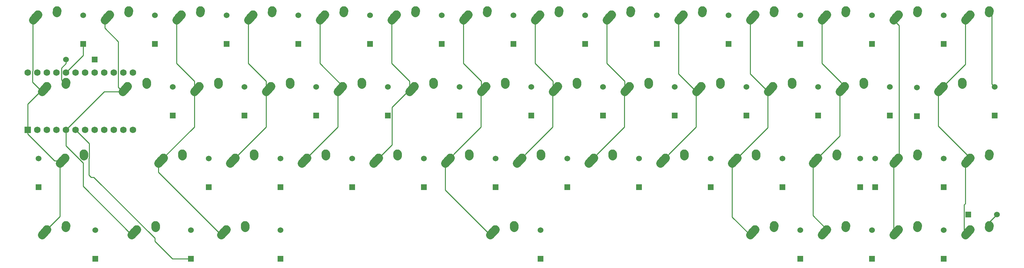
<source format=gbr>
G04 #@! TF.GenerationSoftware,KiCad,Pcbnew,(5.0.2)-1*
G04 #@! TF.CreationDate,2019-05-05T16:29:57-05:00*
G04 #@! TF.ProjectId,SL40,534c3430-2e6b-4696-9361-645f70636258,rev?*
G04 #@! TF.SameCoordinates,Original*
G04 #@! TF.FileFunction,Copper,L1,Top*
G04 #@! TF.FilePolarity,Positive*
%FSLAX46Y46*%
G04 Gerber Fmt 4.6, Leading zero omitted, Abs format (unit mm)*
G04 Created by KiCad (PCBNEW (5.0.2)-1) date 5/5/2019 4:29:57 PM*
%MOMM*%
%LPD*%
G01*
G04 APERTURE LIST*
G04 #@! TA.AperFunction,ComponentPad*
%ADD10C,1.524000*%
G04 #@! TD*
G04 #@! TA.AperFunction,ComponentPad*
%ADD11R,1.524000X1.524000*%
G04 #@! TD*
G04 #@! TA.AperFunction,ComponentPad*
%ADD12C,2.250000*%
G04 #@! TD*
G04 #@! TA.AperFunction,Conductor*
%ADD13C,2.250000*%
G04 #@! TD*
G04 #@! TA.AperFunction,ComponentPad*
%ADD14C,1.752600*%
G04 #@! TD*
G04 #@! TA.AperFunction,ComponentPad*
%ADD15R,1.752600X1.752600*%
G04 #@! TD*
G04 #@! TA.AperFunction,Conductor*
%ADD16C,0.250000*%
G04 #@! TD*
G04 APERTURE END LIST*
D10*
G04 #@! TO.P,D1,2*
G04 #@! TO.N,Net-(D1-Pad2)*
X33337500Y-58896250D03*
D11*
G04 #@! TO.P,D1,1*
G04 #@! TO.N,ROW0*
X33337500Y-66516250D03*
G04 #@! TD*
D10*
G04 #@! TO.P,D2,2*
G04 #@! TO.N,Net-(D2-Pad2)*
X52387500Y-58896250D03*
D11*
G04 #@! TO.P,D2,1*
G04 #@! TO.N,ROW0*
X52387500Y-66516250D03*
G04 #@! TD*
D10*
G04 #@! TO.P,D3,2*
G04 #@! TO.N,Net-(D3-Pad2)*
X71437500Y-58896250D03*
D11*
G04 #@! TO.P,D3,1*
G04 #@! TO.N,ROW0*
X71437500Y-66516250D03*
G04 #@! TD*
D10*
G04 #@! TO.P,D4,2*
G04 #@! TO.N,Net-(D4-Pad2)*
X90487500Y-58896250D03*
D11*
G04 #@! TO.P,D4,1*
G04 #@! TO.N,ROW0*
X90487500Y-66516250D03*
G04 #@! TD*
D10*
G04 #@! TO.P,D5,2*
G04 #@! TO.N,Net-(D5-Pad2)*
X109537500Y-58896250D03*
D11*
G04 #@! TO.P,D5,1*
G04 #@! TO.N,ROW0*
X109537500Y-66516250D03*
G04 #@! TD*
D10*
G04 #@! TO.P,D6,2*
G04 #@! TO.N,Net-(D6-Pad2)*
X128587500Y-58896250D03*
D11*
G04 #@! TO.P,D6,1*
G04 #@! TO.N,ROW0*
X128587500Y-66516250D03*
G04 #@! TD*
D10*
G04 #@! TO.P,D7,2*
G04 #@! TO.N,Net-(D7-Pad2)*
X147637500Y-58896250D03*
D11*
G04 #@! TO.P,D7,1*
G04 #@! TO.N,ROW0*
X147637500Y-66516250D03*
G04 #@! TD*
D10*
G04 #@! TO.P,D8,2*
G04 #@! TO.N,Net-(D8-Pad2)*
X166687500Y-58896250D03*
D11*
G04 #@! TO.P,D8,1*
G04 #@! TO.N,ROW0*
X166687500Y-66516250D03*
G04 #@! TD*
D10*
G04 #@! TO.P,D9,2*
G04 #@! TO.N,Net-(D9-Pad2)*
X185737500Y-58896250D03*
D11*
G04 #@! TO.P,D9,1*
G04 #@! TO.N,ROW0*
X185737500Y-66516250D03*
G04 #@! TD*
D10*
G04 #@! TO.P,D10,2*
G04 #@! TO.N,Net-(D10-Pad2)*
X204787500Y-58896250D03*
D11*
G04 #@! TO.P,D10,1*
G04 #@! TO.N,ROW0*
X204787500Y-66516250D03*
G04 #@! TD*
D10*
G04 #@! TO.P,D11,2*
G04 #@! TO.N,Net-(D11-Pad2)*
X223837500Y-58896250D03*
D11*
G04 #@! TO.P,D11,1*
G04 #@! TO.N,ROW0*
X223837500Y-66516250D03*
G04 #@! TD*
D10*
G04 #@! TO.P,D12,2*
G04 #@! TO.N,Net-(D12-Pad2)*
X242887500Y-58896250D03*
D11*
G04 #@! TO.P,D12,1*
G04 #@! TO.N,ROW0*
X242887500Y-66516250D03*
G04 #@! TD*
D10*
G04 #@! TO.P,D13,2*
G04 #@! TO.N,Net-(D13-Pad2)*
X261937500Y-58896250D03*
D11*
G04 #@! TO.P,D13,1*
G04 #@! TO.N,ROW0*
X261937500Y-66516250D03*
G04 #@! TD*
D10*
G04 #@! TO.P,D14,2*
G04 #@! TO.N,Net-(D14-Pad2)*
X275431250Y-77946250D03*
D11*
G04 #@! TO.P,D14,1*
G04 #@! TO.N,ROW0*
X275431250Y-85566250D03*
G04 #@! TD*
D10*
G04 #@! TO.P,D15,2*
G04 #@! TO.N,Net-(D15-Pad2)*
X28733750Y-70643750D03*
D11*
G04 #@! TO.P,D15,1*
G04 #@! TO.N,ROW1*
X36353750Y-70643750D03*
G04 #@! TD*
D10*
G04 #@! TO.P,D16,2*
G04 #@! TO.N,Net-(D16-Pad2)*
X57150000Y-77946250D03*
D11*
G04 #@! TO.P,D16,1*
G04 #@! TO.N,ROW1*
X57150000Y-85566250D03*
G04 #@! TD*
D10*
G04 #@! TO.P,D17,2*
G04 #@! TO.N,Net-(D17-Pad2)*
X76200000Y-77946250D03*
D11*
G04 #@! TO.P,D17,1*
G04 #@! TO.N,ROW1*
X76200000Y-85566250D03*
G04 #@! TD*
D10*
G04 #@! TO.P,D18,2*
G04 #@! TO.N,Net-(D18-Pad2)*
X95250000Y-77946250D03*
D11*
G04 #@! TO.P,D18,1*
G04 #@! TO.N,ROW1*
X95250000Y-85566250D03*
G04 #@! TD*
D10*
G04 #@! TO.P,D20,2*
G04 #@! TO.N,Net-(D20-Pad2)*
X133350000Y-77946250D03*
D11*
G04 #@! TO.P,D20,1*
G04 #@! TO.N,ROW1*
X133350000Y-85566250D03*
G04 #@! TD*
D10*
G04 #@! TO.P,D21,2*
G04 #@! TO.N,Net-(D21-Pad2)*
X152400000Y-77946250D03*
D11*
G04 #@! TO.P,D21,1*
G04 #@! TO.N,ROW1*
X152400000Y-85566250D03*
G04 #@! TD*
D10*
G04 #@! TO.P,D22,2*
G04 #@! TO.N,Net-(D22-Pad2)*
X171450000Y-77946250D03*
D11*
G04 #@! TO.P,D22,1*
G04 #@! TO.N,ROW1*
X171450000Y-85566250D03*
G04 #@! TD*
D10*
G04 #@! TO.P,D23,2*
G04 #@! TO.N,Net-(D23-Pad2)*
X190500000Y-77946250D03*
D11*
G04 #@! TO.P,D23,1*
G04 #@! TO.N,ROW1*
X190500000Y-85566250D03*
G04 #@! TD*
D10*
G04 #@! TO.P,D24,2*
G04 #@! TO.N,Net-(D24-Pad2)*
X209550000Y-77946250D03*
D11*
G04 #@! TO.P,D24,1*
G04 #@! TO.N,ROW1*
X209550000Y-85566250D03*
G04 #@! TD*
D10*
G04 #@! TO.P,D25,2*
G04 #@! TO.N,Net-(D25-Pad2)*
X228600000Y-77946250D03*
D11*
G04 #@! TO.P,D25,1*
G04 #@! TO.N,ROW1*
X228600000Y-85566250D03*
G04 #@! TD*
D10*
G04 #@! TO.P,D26,2*
G04 #@! TO.N,Net-(D26-Pad2)*
X247650000Y-77946250D03*
D11*
G04 #@! TO.P,D26,1*
G04 #@! TO.N,ROW1*
X247650000Y-85566250D03*
G04 #@! TD*
D10*
G04 #@! TO.P,D27,2*
G04 #@! TO.N,Net-(D27-Pad2)*
X254793750Y-78105000D03*
D11*
G04 #@! TO.P,D27,1*
G04 #@! TO.N,ROW1*
X254793750Y-85725000D03*
G04 #@! TD*
D10*
G04 #@! TO.P,D28,2*
G04 #@! TO.N,Net-(D28-Pad2)*
X21431250Y-96996250D03*
D11*
G04 #@! TO.P,D28,1*
G04 #@! TO.N,ROW2*
X21431250Y-104616250D03*
G04 #@! TD*
D10*
G04 #@! TO.P,D29,2*
G04 #@! TO.N,Net-(D29-Pad2)*
X66675000Y-96996250D03*
D11*
G04 #@! TO.P,D29,1*
G04 #@! TO.N,ROW2*
X66675000Y-104616250D03*
G04 #@! TD*
D10*
G04 #@! TO.P,D30,2*
G04 #@! TO.N,Net-(D30-Pad2)*
X85725000Y-96996250D03*
D11*
G04 #@! TO.P,D30,1*
G04 #@! TO.N,ROW2*
X85725000Y-104616250D03*
G04 #@! TD*
D10*
G04 #@! TO.P,D31,2*
G04 #@! TO.N,Net-(D31-Pad2)*
X104775000Y-96996250D03*
D11*
G04 #@! TO.P,D31,1*
G04 #@! TO.N,ROW2*
X104775000Y-104616250D03*
G04 #@! TD*
D10*
G04 #@! TO.P,D32,2*
G04 #@! TO.N,Net-(D32-Pad2)*
X123825000Y-96996250D03*
D11*
G04 #@! TO.P,D32,1*
G04 #@! TO.N,ROW2*
X123825000Y-104616250D03*
G04 #@! TD*
D10*
G04 #@! TO.P,D33,2*
G04 #@! TO.N,Net-(D33-Pad2)*
X142875000Y-96996250D03*
D11*
G04 #@! TO.P,D33,1*
G04 #@! TO.N,ROW2*
X142875000Y-104616250D03*
G04 #@! TD*
D10*
G04 #@! TO.P,D34,2*
G04 #@! TO.N,Net-(D34-Pad2)*
X161925000Y-96996250D03*
D11*
G04 #@! TO.P,D34,1*
G04 #@! TO.N,ROW2*
X161925000Y-104616250D03*
G04 #@! TD*
D10*
G04 #@! TO.P,D35,2*
G04 #@! TO.N,Net-(D35-Pad2)*
X180975000Y-96996250D03*
D11*
G04 #@! TO.P,D35,1*
G04 #@! TO.N,ROW2*
X180975000Y-104616250D03*
G04 #@! TD*
D10*
G04 #@! TO.P,D36,2*
G04 #@! TO.N,Net-(D36-Pad2)*
X200025000Y-96996250D03*
D11*
G04 #@! TO.P,D36,1*
G04 #@! TO.N,ROW2*
X200025000Y-104616250D03*
G04 #@! TD*
D10*
G04 #@! TO.P,D37,2*
G04 #@! TO.N,Net-(D37-Pad2)*
X219075000Y-96996250D03*
D11*
G04 #@! TO.P,D37,1*
G04 #@! TO.N,ROW2*
X219075000Y-104616250D03*
G04 #@! TD*
D10*
G04 #@! TO.P,D38,2*
G04 #@! TO.N,Net-(D38-Pad2)*
X239712500Y-96996250D03*
D11*
G04 #@! TO.P,D38,1*
G04 #@! TO.N,ROW2*
X239712500Y-104616250D03*
G04 #@! TD*
D10*
G04 #@! TO.P,D39,2*
G04 #@! TO.N,Net-(D39-Pad2)*
X243681250Y-96996250D03*
D11*
G04 #@! TO.P,D39,1*
G04 #@! TO.N,ROW2*
X243681250Y-104616250D03*
G04 #@! TD*
D10*
G04 #@! TO.P,D40,2*
G04 #@! TO.N,Net-(D40-Pad2)*
X261937500Y-96996250D03*
D11*
G04 #@! TO.P,D40,1*
G04 #@! TO.N,ROW2*
X261937500Y-104616250D03*
G04 #@! TD*
D10*
G04 #@! TO.P,D41,2*
G04 #@! TO.N,Net-(D41-Pad2)*
X36512500Y-116046250D03*
D11*
G04 #@! TO.P,D41,1*
G04 #@! TO.N,ROW3*
X36512500Y-123666250D03*
G04 #@! TD*
D10*
G04 #@! TO.P,D42,2*
G04 #@! TO.N,Net-(D42-Pad2)*
X61912500Y-116046250D03*
D11*
G04 #@! TO.P,D42,1*
G04 #@! TO.N,ROW3*
X61912500Y-123666250D03*
G04 #@! TD*
D10*
G04 #@! TO.P,D43,2*
G04 #@! TO.N,Net-(D43-Pad2)*
X85725000Y-116046250D03*
D11*
G04 #@! TO.P,D43,1*
G04 #@! TO.N,ROW3*
X85725000Y-123666250D03*
G04 #@! TD*
D10*
G04 #@! TO.P,D44,2*
G04 #@! TO.N,Net-(D44-Pad2)*
X154781250Y-116046250D03*
D11*
G04 #@! TO.P,D44,1*
G04 #@! TO.N,ROW3*
X154781250Y-123666250D03*
G04 #@! TD*
D10*
G04 #@! TO.P,D45,2*
G04 #@! TO.N,Net-(D45-Pad2)*
X223837500Y-116046250D03*
D11*
G04 #@! TO.P,D45,1*
G04 #@! TO.N,ROW3*
X223837500Y-123666250D03*
G04 #@! TD*
D10*
G04 #@! TO.P,D46,2*
G04 #@! TO.N,Net-(D46-Pad2)*
X242887500Y-116046250D03*
D11*
G04 #@! TO.P,D46,1*
G04 #@! TO.N,ROW3*
X242887500Y-123666250D03*
G04 #@! TD*
D10*
G04 #@! TO.P,D47,2*
G04 #@! TO.N,Net-(D47-Pad2)*
X261937500Y-116046250D03*
D11*
G04 #@! TO.P,D47,1*
G04 #@! TO.N,ROW3*
X261937500Y-123666250D03*
G04 #@! TD*
D10*
G04 #@! TO.P,D48,2*
G04 #@! TO.N,Net-(D48-Pad2)*
X276066250Y-111918750D03*
D11*
G04 #@! TO.P,D48,1*
G04 #@! TO.N,ROW3*
X268446250Y-111918750D03*
G04 #@! TD*
D10*
G04 #@! TO.P,D19,2*
G04 #@! TO.N,Net-(D19-Pad2)*
X114300000Y-77946250D03*
D11*
G04 #@! TO.P,D19,1*
G04 #@! TO.N,ROW1*
X114300000Y-85566250D03*
G04 #@! TD*
D12*
G04 #@! TO.P,MX1,1*
G04 #@! TO.N,COL0*
X21312500Y-58706250D03*
X20657501Y-59436250D03*
D13*
G04 #@! TD*
G04 #@! TO.N,COL0*
G04 #@! TO.C,MX1*
X20002500Y-60166250D02*
X21312502Y-58706250D01*
D12*
G04 #@! TO.P,MX1,2*
G04 #@! TO.N,Net-(D1-Pad2)*
X26352500Y-57626250D03*
X26332500Y-57916250D03*
D13*
G04 #@! TD*
G04 #@! TO.N,Net-(D1-Pad2)*
G04 #@! TO.C,MX1*
X26312500Y-58206250D02*
X26352500Y-57626250D01*
D12*
G04 #@! TO.P,MX2,1*
G04 #@! TO.N,COL1*
X40362500Y-58706250D03*
X39707501Y-59436250D03*
D13*
G04 #@! TD*
G04 #@! TO.N,COL1*
G04 #@! TO.C,MX2*
X39052500Y-60166250D02*
X40362502Y-58706250D01*
D12*
G04 #@! TO.P,MX2,2*
G04 #@! TO.N,Net-(D2-Pad2)*
X45402500Y-57626250D03*
X45382500Y-57916250D03*
D13*
G04 #@! TD*
G04 #@! TO.N,Net-(D2-Pad2)*
G04 #@! TO.C,MX2*
X45362500Y-58206250D02*
X45402500Y-57626250D01*
D12*
G04 #@! TO.P,MX3,1*
G04 #@! TO.N,COL2*
X59412500Y-58706250D03*
X58757501Y-59436250D03*
D13*
G04 #@! TD*
G04 #@! TO.N,COL2*
G04 #@! TO.C,MX3*
X58102500Y-60166250D02*
X59412502Y-58706250D01*
D12*
G04 #@! TO.P,MX3,2*
G04 #@! TO.N,Net-(D3-Pad2)*
X64452500Y-57626250D03*
X64432500Y-57916250D03*
D13*
G04 #@! TD*
G04 #@! TO.N,Net-(D3-Pad2)*
G04 #@! TO.C,MX3*
X64412500Y-58206250D02*
X64452500Y-57626250D01*
D12*
G04 #@! TO.P,MX4,1*
G04 #@! TO.N,COL3*
X78462500Y-58706250D03*
X77807501Y-59436250D03*
D13*
G04 #@! TD*
G04 #@! TO.N,COL3*
G04 #@! TO.C,MX4*
X77152500Y-60166250D02*
X78462502Y-58706250D01*
D12*
G04 #@! TO.P,MX4,2*
G04 #@! TO.N,Net-(D4-Pad2)*
X83502500Y-57626250D03*
X83482500Y-57916250D03*
D13*
G04 #@! TD*
G04 #@! TO.N,Net-(D4-Pad2)*
G04 #@! TO.C,MX4*
X83462500Y-58206250D02*
X83502500Y-57626250D01*
D12*
G04 #@! TO.P,MX5,1*
G04 #@! TO.N,COL4*
X97512500Y-58706250D03*
X96857501Y-59436250D03*
D13*
G04 #@! TD*
G04 #@! TO.N,COL4*
G04 #@! TO.C,MX5*
X96202500Y-60166250D02*
X97512502Y-58706250D01*
D12*
G04 #@! TO.P,MX5,2*
G04 #@! TO.N,Net-(D5-Pad2)*
X102552500Y-57626250D03*
X102532500Y-57916250D03*
D13*
G04 #@! TD*
G04 #@! TO.N,Net-(D5-Pad2)*
G04 #@! TO.C,MX5*
X102512500Y-58206250D02*
X102552500Y-57626250D01*
D12*
G04 #@! TO.P,MX6,1*
G04 #@! TO.N,COL5*
X116562500Y-58706250D03*
X115907501Y-59436250D03*
D13*
G04 #@! TD*
G04 #@! TO.N,COL5*
G04 #@! TO.C,MX6*
X115252500Y-60166250D02*
X116562502Y-58706250D01*
D12*
G04 #@! TO.P,MX6,2*
G04 #@! TO.N,Net-(D6-Pad2)*
X121602500Y-57626250D03*
X121582500Y-57916250D03*
D13*
G04 #@! TD*
G04 #@! TO.N,Net-(D6-Pad2)*
G04 #@! TO.C,MX6*
X121562500Y-58206250D02*
X121602500Y-57626250D01*
D12*
G04 #@! TO.P,MX7,1*
G04 #@! TO.N,COL6*
X135612500Y-58706250D03*
X134957501Y-59436250D03*
D13*
G04 #@! TD*
G04 #@! TO.N,COL6*
G04 #@! TO.C,MX7*
X134302500Y-60166250D02*
X135612502Y-58706250D01*
D12*
G04 #@! TO.P,MX7,2*
G04 #@! TO.N,Net-(D7-Pad2)*
X140652500Y-57626250D03*
X140632500Y-57916250D03*
D13*
G04 #@! TD*
G04 #@! TO.N,Net-(D7-Pad2)*
G04 #@! TO.C,MX7*
X140612500Y-58206250D02*
X140652500Y-57626250D01*
D12*
G04 #@! TO.P,MX8,1*
G04 #@! TO.N,COL7*
X154662500Y-58706250D03*
X154007501Y-59436250D03*
D13*
G04 #@! TD*
G04 #@! TO.N,COL7*
G04 #@! TO.C,MX8*
X153352500Y-60166250D02*
X154662502Y-58706250D01*
D12*
G04 #@! TO.P,MX8,2*
G04 #@! TO.N,Net-(D8-Pad2)*
X159702500Y-57626250D03*
X159682500Y-57916250D03*
D13*
G04 #@! TD*
G04 #@! TO.N,Net-(D8-Pad2)*
G04 #@! TO.C,MX8*
X159662500Y-58206250D02*
X159702500Y-57626250D01*
D12*
G04 #@! TO.P,MX9,1*
G04 #@! TO.N,COL8*
X173712500Y-58706250D03*
X173057501Y-59436250D03*
D13*
G04 #@! TD*
G04 #@! TO.N,COL8*
G04 #@! TO.C,MX9*
X172402500Y-60166250D02*
X173712502Y-58706250D01*
D12*
G04 #@! TO.P,MX9,2*
G04 #@! TO.N,Net-(D9-Pad2)*
X178752500Y-57626250D03*
X178732500Y-57916250D03*
D13*
G04 #@! TD*
G04 #@! TO.N,Net-(D9-Pad2)*
G04 #@! TO.C,MX9*
X178712500Y-58206250D02*
X178752500Y-57626250D01*
D12*
G04 #@! TO.P,MX10,1*
G04 #@! TO.N,COL9*
X192762500Y-58706250D03*
X192107501Y-59436250D03*
D13*
G04 #@! TD*
G04 #@! TO.N,COL9*
G04 #@! TO.C,MX10*
X191452500Y-60166250D02*
X192762502Y-58706250D01*
D12*
G04 #@! TO.P,MX10,2*
G04 #@! TO.N,Net-(D10-Pad2)*
X197802500Y-57626250D03*
X197782500Y-57916250D03*
D13*
G04 #@! TD*
G04 #@! TO.N,Net-(D10-Pad2)*
G04 #@! TO.C,MX10*
X197762500Y-58206250D02*
X197802500Y-57626250D01*
D12*
G04 #@! TO.P,MX11,1*
G04 #@! TO.N,COL10*
X211812500Y-58706250D03*
X211157501Y-59436250D03*
D13*
G04 #@! TD*
G04 #@! TO.N,COL10*
G04 #@! TO.C,MX11*
X210502500Y-60166250D02*
X211812502Y-58706250D01*
D12*
G04 #@! TO.P,MX11,2*
G04 #@! TO.N,Net-(D11-Pad2)*
X216852500Y-57626250D03*
X216832500Y-57916250D03*
D13*
G04 #@! TD*
G04 #@! TO.N,Net-(D11-Pad2)*
G04 #@! TO.C,MX11*
X216812500Y-58206250D02*
X216852500Y-57626250D01*
D12*
G04 #@! TO.P,MX12,1*
G04 #@! TO.N,COL11*
X230862500Y-58706250D03*
X230207501Y-59436250D03*
D13*
G04 #@! TD*
G04 #@! TO.N,COL11*
G04 #@! TO.C,MX12*
X229552500Y-60166250D02*
X230862502Y-58706250D01*
D12*
G04 #@! TO.P,MX12,2*
G04 #@! TO.N,Net-(D12-Pad2)*
X235902500Y-57626250D03*
X235882500Y-57916250D03*
D13*
G04 #@! TD*
G04 #@! TO.N,Net-(D12-Pad2)*
G04 #@! TO.C,MX12*
X235862500Y-58206250D02*
X235902500Y-57626250D01*
D12*
G04 #@! TO.P,MX13,1*
G04 #@! TO.N,COL12*
X249912500Y-58706250D03*
X249257501Y-59436250D03*
D13*
G04 #@! TD*
G04 #@! TO.N,COL12*
G04 #@! TO.C,MX13*
X248602500Y-60166250D02*
X249912502Y-58706250D01*
D12*
G04 #@! TO.P,MX13,2*
G04 #@! TO.N,Net-(D13-Pad2)*
X254952500Y-57626250D03*
X254932500Y-57916250D03*
D13*
G04 #@! TD*
G04 #@! TO.N,Net-(D13-Pad2)*
G04 #@! TO.C,MX13*
X254912500Y-58206250D02*
X254952500Y-57626250D01*
D12*
G04 #@! TO.P,MX14,1*
G04 #@! TO.N,COL13*
X268962500Y-58706250D03*
X268307501Y-59436250D03*
D13*
G04 #@! TD*
G04 #@! TO.N,COL13*
G04 #@! TO.C,MX14*
X267652500Y-60166250D02*
X268962502Y-58706250D01*
D12*
G04 #@! TO.P,MX14,2*
G04 #@! TO.N,Net-(D14-Pad2)*
X274002500Y-57626250D03*
X273982500Y-57916250D03*
D13*
G04 #@! TD*
G04 #@! TO.N,Net-(D14-Pad2)*
G04 #@! TO.C,MX14*
X273962500Y-58206250D02*
X274002500Y-57626250D01*
D12*
G04 #@! TO.P,MX15,1*
G04 #@! TO.N,COL0*
X23693750Y-77756250D03*
X23038751Y-78486250D03*
D13*
G04 #@! TD*
G04 #@! TO.N,COL0*
G04 #@! TO.C,MX15*
X22383750Y-79216250D02*
X23693752Y-77756250D01*
D12*
G04 #@! TO.P,MX15,2*
G04 #@! TO.N,Net-(D15-Pad2)*
X28733750Y-76676250D03*
X28713750Y-76966250D03*
D13*
G04 #@! TD*
G04 #@! TO.N,Net-(D15-Pad2)*
G04 #@! TO.C,MX15*
X28693750Y-77256250D02*
X28733750Y-76676250D01*
D12*
G04 #@! TO.P,MX16,1*
G04 #@! TO.N,COL1*
X45125000Y-77756250D03*
X44470001Y-78486250D03*
D13*
G04 #@! TD*
G04 #@! TO.N,COL1*
G04 #@! TO.C,MX16*
X43815000Y-79216250D02*
X45125002Y-77756250D01*
D12*
G04 #@! TO.P,MX16,2*
G04 #@! TO.N,Net-(D16-Pad2)*
X50165000Y-76676250D03*
X50145000Y-76966250D03*
D13*
G04 #@! TD*
G04 #@! TO.N,Net-(D16-Pad2)*
G04 #@! TO.C,MX16*
X50125000Y-77256250D02*
X50165000Y-76676250D01*
D12*
G04 #@! TO.P,MX17,1*
G04 #@! TO.N,COL2*
X64175000Y-77756250D03*
X63520001Y-78486250D03*
D13*
G04 #@! TD*
G04 #@! TO.N,COL2*
G04 #@! TO.C,MX17*
X62865000Y-79216250D02*
X64175002Y-77756250D01*
D12*
G04 #@! TO.P,MX17,2*
G04 #@! TO.N,Net-(D17-Pad2)*
X69215000Y-76676250D03*
X69195000Y-76966250D03*
D13*
G04 #@! TD*
G04 #@! TO.N,Net-(D17-Pad2)*
G04 #@! TO.C,MX17*
X69175000Y-77256250D02*
X69215000Y-76676250D01*
D12*
G04 #@! TO.P,MX18,1*
G04 #@! TO.N,COL3*
X83225000Y-77756250D03*
X82570001Y-78486250D03*
D13*
G04 #@! TD*
G04 #@! TO.N,COL3*
G04 #@! TO.C,MX18*
X81915000Y-79216250D02*
X83225002Y-77756250D01*
D12*
G04 #@! TO.P,MX18,2*
G04 #@! TO.N,Net-(D18-Pad2)*
X88265000Y-76676250D03*
X88245000Y-76966250D03*
D13*
G04 #@! TD*
G04 #@! TO.N,Net-(D18-Pad2)*
G04 #@! TO.C,MX18*
X88225000Y-77256250D02*
X88265000Y-76676250D01*
D12*
G04 #@! TO.P,MX19,1*
G04 #@! TO.N,COL4*
X102275000Y-77756250D03*
X101620001Y-78486250D03*
D13*
G04 #@! TD*
G04 #@! TO.N,COL4*
G04 #@! TO.C,MX19*
X100965000Y-79216250D02*
X102275002Y-77756250D01*
D12*
G04 #@! TO.P,MX19,2*
G04 #@! TO.N,Net-(D19-Pad2)*
X107315000Y-76676250D03*
X107295000Y-76966250D03*
D13*
G04 #@! TD*
G04 #@! TO.N,Net-(D19-Pad2)*
G04 #@! TO.C,MX19*
X107275000Y-77256250D02*
X107315000Y-76676250D01*
D12*
G04 #@! TO.P,MX20,1*
G04 #@! TO.N,COL5*
X121325000Y-77756250D03*
X120670001Y-78486250D03*
D13*
G04 #@! TD*
G04 #@! TO.N,COL5*
G04 #@! TO.C,MX20*
X120015000Y-79216250D02*
X121325002Y-77756250D01*
D12*
G04 #@! TO.P,MX20,2*
G04 #@! TO.N,Net-(D20-Pad2)*
X126365000Y-76676250D03*
X126345000Y-76966250D03*
D13*
G04 #@! TD*
G04 #@! TO.N,Net-(D20-Pad2)*
G04 #@! TO.C,MX20*
X126325000Y-77256250D02*
X126365000Y-76676250D01*
D12*
G04 #@! TO.P,MX21,1*
G04 #@! TO.N,COL6*
X140375000Y-77756250D03*
X139720001Y-78486250D03*
D13*
G04 #@! TD*
G04 #@! TO.N,COL6*
G04 #@! TO.C,MX21*
X139065000Y-79216250D02*
X140375002Y-77756250D01*
D12*
G04 #@! TO.P,MX21,2*
G04 #@! TO.N,Net-(D21-Pad2)*
X145415000Y-76676250D03*
X145395000Y-76966250D03*
D13*
G04 #@! TD*
G04 #@! TO.N,Net-(D21-Pad2)*
G04 #@! TO.C,MX21*
X145375000Y-77256250D02*
X145415000Y-76676250D01*
D12*
G04 #@! TO.P,MX22,1*
G04 #@! TO.N,COL7*
X159425000Y-77756250D03*
X158770001Y-78486250D03*
D13*
G04 #@! TD*
G04 #@! TO.N,COL7*
G04 #@! TO.C,MX22*
X158115000Y-79216250D02*
X159425002Y-77756250D01*
D12*
G04 #@! TO.P,MX22,2*
G04 #@! TO.N,Net-(D22-Pad2)*
X164465000Y-76676250D03*
X164445000Y-76966250D03*
D13*
G04 #@! TD*
G04 #@! TO.N,Net-(D22-Pad2)*
G04 #@! TO.C,MX22*
X164425000Y-77256250D02*
X164465000Y-76676250D01*
D12*
G04 #@! TO.P,MX23,1*
G04 #@! TO.N,COL8*
X178475000Y-77756250D03*
X177820001Y-78486250D03*
D13*
G04 #@! TD*
G04 #@! TO.N,COL8*
G04 #@! TO.C,MX23*
X177165000Y-79216250D02*
X178475002Y-77756250D01*
D12*
G04 #@! TO.P,MX23,2*
G04 #@! TO.N,Net-(D23-Pad2)*
X183515000Y-76676250D03*
X183495000Y-76966250D03*
D13*
G04 #@! TD*
G04 #@! TO.N,Net-(D23-Pad2)*
G04 #@! TO.C,MX23*
X183475000Y-77256250D02*
X183515000Y-76676250D01*
D12*
G04 #@! TO.P,MX24,1*
G04 #@! TO.N,COL9*
X197525000Y-77756250D03*
X196870001Y-78486250D03*
D13*
G04 #@! TD*
G04 #@! TO.N,COL9*
G04 #@! TO.C,MX24*
X196215000Y-79216250D02*
X197525002Y-77756250D01*
D12*
G04 #@! TO.P,MX24,2*
G04 #@! TO.N,Net-(D24-Pad2)*
X202565000Y-76676250D03*
X202545000Y-76966250D03*
D13*
G04 #@! TD*
G04 #@! TO.N,Net-(D24-Pad2)*
G04 #@! TO.C,MX24*
X202525000Y-77256250D02*
X202565000Y-76676250D01*
D12*
G04 #@! TO.P,MX25,1*
G04 #@! TO.N,COL10*
X216575000Y-77756250D03*
X215920001Y-78486250D03*
D13*
G04 #@! TD*
G04 #@! TO.N,COL10*
G04 #@! TO.C,MX25*
X215265000Y-79216250D02*
X216575002Y-77756250D01*
D12*
G04 #@! TO.P,MX25,2*
G04 #@! TO.N,Net-(D25-Pad2)*
X221615000Y-76676250D03*
X221595000Y-76966250D03*
D13*
G04 #@! TD*
G04 #@! TO.N,Net-(D25-Pad2)*
G04 #@! TO.C,MX25*
X221575000Y-77256250D02*
X221615000Y-76676250D01*
D12*
G04 #@! TO.P,MX26,1*
G04 #@! TO.N,COL11*
X235625000Y-77756250D03*
X234970001Y-78486250D03*
D13*
G04 #@! TD*
G04 #@! TO.N,COL11*
G04 #@! TO.C,MX26*
X234315000Y-79216250D02*
X235625002Y-77756250D01*
D12*
G04 #@! TO.P,MX26,2*
G04 #@! TO.N,Net-(D26-Pad2)*
X240665000Y-76676250D03*
X240645000Y-76966250D03*
D13*
G04 #@! TD*
G04 #@! TO.N,Net-(D26-Pad2)*
G04 #@! TO.C,MX26*
X240625000Y-77256250D02*
X240665000Y-76676250D01*
D12*
G04 #@! TO.P,MX27,1*
G04 #@! TO.N,COL13*
X261818750Y-77756250D03*
X261163751Y-78486250D03*
D13*
G04 #@! TD*
G04 #@! TO.N,COL13*
G04 #@! TO.C,MX27*
X260508750Y-79216250D02*
X261818752Y-77756250D01*
D12*
G04 #@! TO.P,MX27,2*
G04 #@! TO.N,Net-(D27-Pad2)*
X266858750Y-76676250D03*
X266838750Y-76966250D03*
D13*
G04 #@! TD*
G04 #@! TO.N,Net-(D27-Pad2)*
G04 #@! TO.C,MX27*
X266818750Y-77256250D02*
X266858750Y-76676250D01*
D12*
G04 #@! TO.P,MX28,1*
G04 #@! TO.N,COL0*
X28456250Y-96806250D03*
X27801251Y-97536250D03*
D13*
G04 #@! TD*
G04 #@! TO.N,COL0*
G04 #@! TO.C,MX28*
X27146250Y-98266250D02*
X28456252Y-96806250D01*
D12*
G04 #@! TO.P,MX28,2*
G04 #@! TO.N,Net-(D28-Pad2)*
X33496250Y-95726250D03*
X33476250Y-96016250D03*
D13*
G04 #@! TD*
G04 #@! TO.N,Net-(D28-Pad2)*
G04 #@! TO.C,MX28*
X33456250Y-96306250D02*
X33496250Y-95726250D01*
D12*
G04 #@! TO.P,MX29,1*
G04 #@! TO.N,COL2*
X54650000Y-96806250D03*
X53995001Y-97536250D03*
D13*
G04 #@! TD*
G04 #@! TO.N,COL2*
G04 #@! TO.C,MX29*
X53340000Y-98266250D02*
X54650002Y-96806250D01*
D12*
G04 #@! TO.P,MX29,2*
G04 #@! TO.N,Net-(D29-Pad2)*
X59690000Y-95726250D03*
X59670000Y-96016250D03*
D13*
G04 #@! TD*
G04 #@! TO.N,Net-(D29-Pad2)*
G04 #@! TO.C,MX29*
X59650000Y-96306250D02*
X59690000Y-95726250D01*
D12*
G04 #@! TO.P,MX30,1*
G04 #@! TO.N,COL3*
X73700000Y-96806250D03*
X73045001Y-97536250D03*
D13*
G04 #@! TD*
G04 #@! TO.N,COL3*
G04 #@! TO.C,MX30*
X72390000Y-98266250D02*
X73700002Y-96806250D01*
D12*
G04 #@! TO.P,MX30,2*
G04 #@! TO.N,Net-(D30-Pad2)*
X78740000Y-95726250D03*
X78720000Y-96016250D03*
D13*
G04 #@! TD*
G04 #@! TO.N,Net-(D30-Pad2)*
G04 #@! TO.C,MX30*
X78700000Y-96306250D02*
X78740000Y-95726250D01*
D12*
G04 #@! TO.P,MX31,1*
G04 #@! TO.N,COL4*
X92750000Y-96806250D03*
X92095001Y-97536250D03*
D13*
G04 #@! TD*
G04 #@! TO.N,COL4*
G04 #@! TO.C,MX31*
X91440000Y-98266250D02*
X92750002Y-96806250D01*
D12*
G04 #@! TO.P,MX31,2*
G04 #@! TO.N,Net-(D31-Pad2)*
X97790000Y-95726250D03*
X97770000Y-96016250D03*
D13*
G04 #@! TD*
G04 #@! TO.N,Net-(D31-Pad2)*
G04 #@! TO.C,MX31*
X97750000Y-96306250D02*
X97790000Y-95726250D01*
D12*
G04 #@! TO.P,MX32,1*
G04 #@! TO.N,COL5*
X111800000Y-96806250D03*
X111145001Y-97536250D03*
D13*
G04 #@! TD*
G04 #@! TO.N,COL5*
G04 #@! TO.C,MX32*
X110490000Y-98266250D02*
X111800002Y-96806250D01*
D12*
G04 #@! TO.P,MX32,2*
G04 #@! TO.N,Net-(D32-Pad2)*
X116840000Y-95726250D03*
X116820000Y-96016250D03*
D13*
G04 #@! TD*
G04 #@! TO.N,Net-(D32-Pad2)*
G04 #@! TO.C,MX32*
X116800000Y-96306250D02*
X116840000Y-95726250D01*
D12*
G04 #@! TO.P,MX33,1*
G04 #@! TO.N,COL6*
X130850000Y-96806250D03*
X130195001Y-97536250D03*
D13*
G04 #@! TD*
G04 #@! TO.N,COL6*
G04 #@! TO.C,MX33*
X129540000Y-98266250D02*
X130850002Y-96806250D01*
D12*
G04 #@! TO.P,MX33,2*
G04 #@! TO.N,Net-(D33-Pad2)*
X135890000Y-95726250D03*
X135870000Y-96016250D03*
D13*
G04 #@! TD*
G04 #@! TO.N,Net-(D33-Pad2)*
G04 #@! TO.C,MX33*
X135850000Y-96306250D02*
X135890000Y-95726250D01*
D12*
G04 #@! TO.P,MX34,1*
G04 #@! TO.N,COL7*
X149900000Y-96806250D03*
X149245001Y-97536250D03*
D13*
G04 #@! TD*
G04 #@! TO.N,COL7*
G04 #@! TO.C,MX34*
X148590000Y-98266250D02*
X149900002Y-96806250D01*
D12*
G04 #@! TO.P,MX34,2*
G04 #@! TO.N,Net-(D34-Pad2)*
X154940000Y-95726250D03*
X154920000Y-96016250D03*
D13*
G04 #@! TD*
G04 #@! TO.N,Net-(D34-Pad2)*
G04 #@! TO.C,MX34*
X154900000Y-96306250D02*
X154940000Y-95726250D01*
D12*
G04 #@! TO.P,MX35,1*
G04 #@! TO.N,COL8*
X168950000Y-96806250D03*
X168295001Y-97536250D03*
D13*
G04 #@! TD*
G04 #@! TO.N,COL8*
G04 #@! TO.C,MX35*
X167640000Y-98266250D02*
X168950002Y-96806250D01*
D12*
G04 #@! TO.P,MX35,2*
G04 #@! TO.N,Net-(D35-Pad2)*
X173990000Y-95726250D03*
X173970000Y-96016250D03*
D13*
G04 #@! TD*
G04 #@! TO.N,Net-(D35-Pad2)*
G04 #@! TO.C,MX35*
X173950000Y-96306250D02*
X173990000Y-95726250D01*
D12*
G04 #@! TO.P,MX36,1*
G04 #@! TO.N,COL9*
X188000000Y-96806250D03*
X187345001Y-97536250D03*
D13*
G04 #@! TD*
G04 #@! TO.N,COL9*
G04 #@! TO.C,MX36*
X186690000Y-98266250D02*
X188000002Y-96806250D01*
D12*
G04 #@! TO.P,MX36,2*
G04 #@! TO.N,Net-(D36-Pad2)*
X193040000Y-95726250D03*
X193020000Y-96016250D03*
D13*
G04 #@! TD*
G04 #@! TO.N,Net-(D36-Pad2)*
G04 #@! TO.C,MX36*
X193000000Y-96306250D02*
X193040000Y-95726250D01*
D12*
G04 #@! TO.P,MX37,1*
G04 #@! TO.N,COL10*
X207050000Y-96806250D03*
X206395001Y-97536250D03*
D13*
G04 #@! TD*
G04 #@! TO.N,COL10*
G04 #@! TO.C,MX37*
X205740000Y-98266250D02*
X207050002Y-96806250D01*
D12*
G04 #@! TO.P,MX37,2*
G04 #@! TO.N,Net-(D37-Pad2)*
X212090000Y-95726250D03*
X212070000Y-96016250D03*
D13*
G04 #@! TD*
G04 #@! TO.N,Net-(D37-Pad2)*
G04 #@! TO.C,MX37*
X212050000Y-96306250D02*
X212090000Y-95726250D01*
D12*
G04 #@! TO.P,MX38,1*
G04 #@! TO.N,COL11*
X228481250Y-96806250D03*
X227826251Y-97536250D03*
D13*
G04 #@! TD*
G04 #@! TO.N,COL11*
G04 #@! TO.C,MX38*
X227171250Y-98266250D02*
X228481252Y-96806250D01*
D12*
G04 #@! TO.P,MX38,2*
G04 #@! TO.N,Net-(D38-Pad2)*
X233521250Y-95726250D03*
X233501250Y-96016250D03*
D13*
G04 #@! TD*
G04 #@! TO.N,Net-(D38-Pad2)*
G04 #@! TO.C,MX38*
X233481250Y-96306250D02*
X233521250Y-95726250D01*
D12*
G04 #@! TO.P,MX39,1*
G04 #@! TO.N,COL12*
X249912500Y-96806250D03*
X249257501Y-97536250D03*
D13*
G04 #@! TD*
G04 #@! TO.N,COL12*
G04 #@! TO.C,MX39*
X248602500Y-98266250D02*
X249912502Y-96806250D01*
D12*
G04 #@! TO.P,MX39,2*
G04 #@! TO.N,Net-(D39-Pad2)*
X254952500Y-95726250D03*
X254932500Y-96016250D03*
D13*
G04 #@! TD*
G04 #@! TO.N,Net-(D39-Pad2)*
G04 #@! TO.C,MX39*
X254912500Y-96306250D02*
X254952500Y-95726250D01*
D12*
G04 #@! TO.P,MX40,1*
G04 #@! TO.N,COL13*
X268962500Y-96806250D03*
X268307501Y-97536250D03*
D13*
G04 #@! TD*
G04 #@! TO.N,COL13*
G04 #@! TO.C,MX40*
X267652500Y-98266250D02*
X268962502Y-96806250D01*
D12*
G04 #@! TO.P,MX40,2*
G04 #@! TO.N,Net-(D40-Pad2)*
X274002500Y-95726250D03*
X273982500Y-96016250D03*
D13*
G04 #@! TD*
G04 #@! TO.N,Net-(D40-Pad2)*
G04 #@! TO.C,MX40*
X273962500Y-96306250D02*
X274002500Y-95726250D01*
D12*
G04 #@! TO.P,MX41,1*
G04 #@! TO.N,COL0*
X23693750Y-115856250D03*
X23038751Y-116586250D03*
D13*
G04 #@! TD*
G04 #@! TO.N,COL0*
G04 #@! TO.C,MX41*
X22383750Y-117316250D02*
X23693752Y-115856250D01*
D12*
G04 #@! TO.P,MX41,2*
G04 #@! TO.N,Net-(D41-Pad2)*
X28733750Y-114776250D03*
X28713750Y-115066250D03*
D13*
G04 #@! TD*
G04 #@! TO.N,Net-(D41-Pad2)*
G04 #@! TO.C,MX41*
X28693750Y-115356250D02*
X28733750Y-114776250D01*
D12*
G04 #@! TO.P,MX42,1*
G04 #@! TO.N,COL1*
X47506250Y-115856250D03*
X46851251Y-116586250D03*
D13*
G04 #@! TD*
G04 #@! TO.N,COL1*
G04 #@! TO.C,MX42*
X46196250Y-117316250D02*
X47506252Y-115856250D01*
D12*
G04 #@! TO.P,MX42,2*
G04 #@! TO.N,Net-(D42-Pad2)*
X52546250Y-114776250D03*
X52526250Y-115066250D03*
D13*
G04 #@! TD*
G04 #@! TO.N,Net-(D42-Pad2)*
G04 #@! TO.C,MX42*
X52506250Y-115356250D02*
X52546250Y-114776250D01*
D12*
G04 #@! TO.P,MX43,1*
G04 #@! TO.N,COL2*
X71318750Y-115856250D03*
X70663751Y-116586250D03*
D13*
G04 #@! TD*
G04 #@! TO.N,COL2*
G04 #@! TO.C,MX43*
X70008750Y-117316250D02*
X71318752Y-115856250D01*
D12*
G04 #@! TO.P,MX43,2*
G04 #@! TO.N,Net-(D43-Pad2)*
X76358750Y-114776250D03*
X76338750Y-115066250D03*
D13*
G04 #@! TD*
G04 #@! TO.N,Net-(D43-Pad2)*
G04 #@! TO.C,MX43*
X76318750Y-115356250D02*
X76358750Y-114776250D01*
D12*
G04 #@! TO.P,MX44,1*
G04 #@! TO.N,COL6*
X142756250Y-115856250D03*
X142101251Y-116586250D03*
D13*
G04 #@! TD*
G04 #@! TO.N,COL6*
G04 #@! TO.C,MX44*
X141446250Y-117316250D02*
X142756252Y-115856250D01*
D12*
G04 #@! TO.P,MX44,2*
G04 #@! TO.N,Net-(D44-Pad2)*
X147796250Y-114776250D03*
X147776250Y-115066250D03*
D13*
G04 #@! TD*
G04 #@! TO.N,Net-(D44-Pad2)*
G04 #@! TO.C,MX44*
X147756250Y-115356250D02*
X147796250Y-114776250D01*
D12*
G04 #@! TO.P,MX45,1*
G04 #@! TO.N,COL10*
X211812500Y-115856250D03*
X211157501Y-116586250D03*
D13*
G04 #@! TD*
G04 #@! TO.N,COL10*
G04 #@! TO.C,MX45*
X210502500Y-117316250D02*
X211812502Y-115856250D01*
D12*
G04 #@! TO.P,MX45,2*
G04 #@! TO.N,Net-(D45-Pad2)*
X216852500Y-114776250D03*
X216832500Y-115066250D03*
D13*
G04 #@! TD*
G04 #@! TO.N,Net-(D45-Pad2)*
G04 #@! TO.C,MX45*
X216812500Y-115356250D02*
X216852500Y-114776250D01*
D12*
G04 #@! TO.P,MX46,1*
G04 #@! TO.N,COL11*
X230862500Y-115856250D03*
X230207501Y-116586250D03*
D13*
G04 #@! TD*
G04 #@! TO.N,COL11*
G04 #@! TO.C,MX46*
X229552500Y-117316250D02*
X230862502Y-115856250D01*
D12*
G04 #@! TO.P,MX46,2*
G04 #@! TO.N,Net-(D46-Pad2)*
X235902500Y-114776250D03*
X235882500Y-115066250D03*
D13*
G04 #@! TD*
G04 #@! TO.N,Net-(D46-Pad2)*
G04 #@! TO.C,MX46*
X235862500Y-115356250D02*
X235902500Y-114776250D01*
D12*
G04 #@! TO.P,MX47,1*
G04 #@! TO.N,COL12*
X249912500Y-115856250D03*
X249257501Y-116586250D03*
D13*
G04 #@! TD*
G04 #@! TO.N,COL12*
G04 #@! TO.C,MX47*
X248602500Y-117316250D02*
X249912502Y-115856250D01*
D12*
G04 #@! TO.P,MX47,2*
G04 #@! TO.N,Net-(D47-Pad2)*
X254952500Y-114776250D03*
X254932500Y-115066250D03*
D13*
G04 #@! TD*
G04 #@! TO.N,Net-(D47-Pad2)*
G04 #@! TO.C,MX47*
X254912500Y-115356250D02*
X254952500Y-114776250D01*
D12*
G04 #@! TO.P,MX48,1*
G04 #@! TO.N,COL13*
X268962500Y-115856250D03*
X268307501Y-116586250D03*
D13*
G04 #@! TD*
G04 #@! TO.N,COL13*
G04 #@! TO.C,MX48*
X267652500Y-117316250D02*
X268962502Y-115856250D01*
D12*
G04 #@! TO.P,MX48,2*
G04 #@! TO.N,Net-(D48-Pad2)*
X274002500Y-114776250D03*
X273982500Y-115066250D03*
D13*
G04 #@! TD*
G04 #@! TO.N,Net-(D48-Pad2)*
G04 #@! TO.C,MX48*
X273962500Y-115356250D02*
X274002500Y-114776250D01*
D14*
G04 #@! TO.P,U1,24*
G04 #@! TO.N,Net-(U1-Pad24)*
X18573750Y-74136250D03*
G04 #@! TO.P,U1,12*
G04 #@! TO.N,COL13*
X46513750Y-89376250D03*
G04 #@! TO.P,U1,23*
G04 #@! TO.N,GND*
X21113750Y-74136250D03*
G04 #@! TO.P,U1,22*
G04 #@! TO.N,Net-(SW1-Pad2)*
X23653750Y-74136250D03*
G04 #@! TO.P,U1,21*
G04 #@! TO.N,+5V*
X26193750Y-74136250D03*
G04 #@! TO.P,U1,20*
G04 #@! TO.N,ROW0*
X28733750Y-74136250D03*
G04 #@! TO.P,U1,19*
G04 #@! TO.N,ROW1*
X31273750Y-74136250D03*
G04 #@! TO.P,U1,18*
G04 #@! TO.N,COL2*
X33813750Y-74136250D03*
G04 #@! TO.P,U1,17*
G04 #@! TO.N,COL3*
X36353750Y-74136250D03*
G04 #@! TO.P,U1,16*
G04 #@! TO.N,COL7*
X38893750Y-74136250D03*
G04 #@! TO.P,U1,15*
G04 #@! TO.N,COL6*
X41433750Y-74136250D03*
G04 #@! TO.P,U1,14*
G04 #@! TO.N,COL5*
X43973750Y-74136250D03*
G04 #@! TO.P,U1,13*
G04 #@! TO.N,COL4*
X46513750Y-74136250D03*
G04 #@! TO.P,U1,11*
G04 #@! TO.N,COL12*
X43973750Y-89376250D03*
G04 #@! TO.P,U1,10*
G04 #@! TO.N,COL11*
X41433750Y-89376250D03*
G04 #@! TO.P,U1,9*
G04 #@! TO.N,COL10*
X38893750Y-89376250D03*
G04 #@! TO.P,U1,8*
G04 #@! TO.N,COL9*
X36353750Y-89376250D03*
G04 #@! TO.P,U1,7*
G04 #@! TO.N,COL8*
X33813750Y-89376250D03*
G04 #@! TO.P,U1,6*
G04 #@! TO.N,ROW3*
X31273750Y-89376250D03*
G04 #@! TO.P,U1,5*
G04 #@! TO.N,COL1*
X28733750Y-89376250D03*
G04 #@! TO.P,U1,4*
G04 #@! TO.N,GND*
X26193750Y-89376250D03*
G04 #@! TO.P,U1,3*
X23653750Y-89376250D03*
G04 #@! TO.P,U1,2*
G04 #@! TO.N,ROW2*
X21113750Y-89376250D03*
D15*
G04 #@! TO.P,U1,1*
G04 #@! TO.N,COL0*
X18573750Y-89376250D03*
G04 #@! TD*
D16*
G04 #@! TO.N,ROW0*
X33337500Y-69532500D02*
X33337500Y-66516250D01*
X28733750Y-74136250D02*
X33337500Y-69532500D01*
G04 #@! TO.N,Net-(D14-Pad2)*
X274669251Y-58913001D02*
X273962500Y-58206250D01*
X274669251Y-77184251D02*
X274669251Y-58913001D01*
X275431250Y-77946250D02*
X274669251Y-77184251D01*
G04 #@! TO.N,Net-(D15-Pad2)*
X27532449Y-76094949D02*
X28693750Y-77256250D01*
X27532449Y-72922681D02*
X27532449Y-76094949D01*
X28733750Y-71721380D02*
X27532449Y-72922681D01*
X28733750Y-70643750D02*
X28733750Y-71721380D01*
G04 #@! TO.N,ROW3*
X32150049Y-90252549D02*
X31273750Y-89376250D01*
X34946251Y-93048751D02*
X32150049Y-90252549D01*
X34836249Y-96976607D02*
X34946251Y-96866605D01*
X34836249Y-101382251D02*
X34836249Y-96976607D01*
X35460249Y-102006251D02*
X34836249Y-101382251D01*
X36125001Y-102006251D02*
X35460249Y-102006251D01*
X52325151Y-118206401D02*
X36125001Y-102006251D01*
X52325151Y-119000151D02*
X52325151Y-118206401D01*
X34946251Y-96866605D02*
X34946251Y-93048751D01*
X56991250Y-123666250D02*
X52325151Y-119000151D01*
X61912500Y-123666250D02*
X56991250Y-123666250D01*
G04 #@! TO.N,Net-(D48-Pad2)*
X273962500Y-114022500D02*
X276066250Y-111918750D01*
X273962500Y-115356250D02*
X273962500Y-114022500D01*
G04 #@! TO.N,COL0*
X19932501Y-73729999D02*
X19843750Y-73818750D01*
X20002500Y-60166250D02*
X19932501Y-60236249D01*
X19932501Y-60236249D02*
X19932501Y-73729999D01*
X19843750Y-76676250D02*
X22383750Y-79216250D01*
X19843750Y-73818750D02*
X19843750Y-76676250D01*
X18573750Y-88249950D02*
X18573750Y-89376250D01*
X18573750Y-82520248D02*
X18573750Y-88249950D01*
X21877748Y-79216250D02*
X18573750Y-82520248D01*
X22383750Y-79216250D02*
X21877748Y-79216250D01*
X18573750Y-90502550D02*
X25702450Y-97631250D01*
X18573750Y-89376250D02*
X18573750Y-90502550D01*
X26511250Y-97631250D02*
X27146250Y-98266250D01*
X25702450Y-97631250D02*
X26511250Y-97631250D01*
X22383750Y-117166250D02*
X22383750Y-117316250D01*
X27146250Y-112403750D02*
X22383750Y-117166250D01*
X27146250Y-98266250D02*
X27146250Y-112403750D01*
G04 #@! TO.N,COL1*
X28733750Y-90615525D02*
X28733750Y-89376250D01*
X28733750Y-93634106D02*
X28733750Y-90615525D01*
X33275151Y-98175507D02*
X28733750Y-93634106D01*
X33275151Y-104395151D02*
X33275151Y-98175507D01*
X46196250Y-117316250D02*
X33275151Y-104395151D01*
X42635051Y-78036301D02*
X43815000Y-79216250D01*
X42635051Y-65910775D02*
X42635051Y-78036301D01*
X39052500Y-62328224D02*
X42635051Y-65910775D01*
X39052500Y-60166250D02*
X39052500Y-62328224D01*
X38893750Y-79216250D02*
X28733750Y-89376250D01*
X43815000Y-79216250D02*
X38893750Y-79216250D01*
G04 #@! TO.N,COL2*
X62865000Y-76446250D02*
X62865000Y-79216250D01*
X58102500Y-71683750D02*
X62865000Y-76446250D01*
X58102500Y-60166250D02*
X58102500Y-71683750D01*
X53340000Y-98116250D02*
X53340000Y-98266250D01*
X62865000Y-88591250D02*
X53340000Y-98116250D01*
X62865000Y-79216250D02*
X62865000Y-88591250D01*
X53340000Y-100647500D02*
X70008750Y-117316250D01*
X53340000Y-98266250D02*
X53340000Y-100647500D01*
G04 #@! TO.N,COL3*
X81915000Y-76446250D02*
X81915000Y-79216250D01*
X77152500Y-71683750D02*
X81915000Y-76446250D01*
X77152500Y-60166250D02*
X77152500Y-71683750D01*
X81915000Y-88591250D02*
X73700000Y-96806250D01*
X81915000Y-79216250D02*
X81915000Y-88591250D01*
G04 #@! TO.N,COL4*
X96202500Y-71683750D02*
X102275000Y-77756250D01*
X96202500Y-60166250D02*
X96202500Y-71683750D01*
X100965000Y-88591250D02*
X92750000Y-96806250D01*
X100965000Y-79216250D02*
X100965000Y-88591250D01*
G04 #@! TO.N,COL5*
X120015000Y-76446250D02*
X120015000Y-79216250D01*
X115252500Y-71683750D02*
X120015000Y-76446250D01*
X115252500Y-60166250D02*
X115252500Y-71683750D01*
X115387001Y-93369249D02*
X110490000Y-98266250D01*
X115387001Y-83338247D02*
X115387001Y-93369249D01*
X119508998Y-79216250D02*
X115387001Y-83338247D01*
X120015000Y-79216250D02*
X119508998Y-79216250D01*
G04 #@! TO.N,COL6*
X139065000Y-76446250D02*
X139065000Y-79216250D01*
X134302500Y-71683750D02*
X139065000Y-76446250D01*
X134302500Y-60166250D02*
X134302500Y-71683750D01*
X131974999Y-95681251D02*
X130850000Y-96806250D01*
X138995001Y-88661249D02*
X131974999Y-95681251D01*
X138995001Y-79286249D02*
X138995001Y-88661249D01*
X139065000Y-79216250D02*
X138995001Y-79286249D01*
X129540000Y-105410000D02*
X141446250Y-117316250D01*
X129540000Y-98266250D02*
X129540000Y-105410000D01*
G04 #@! TO.N,COL7*
X158115000Y-76446250D02*
X158115000Y-79216250D01*
X153352500Y-71683750D02*
X158115000Y-76446250D01*
X153352500Y-60166250D02*
X153352500Y-71683750D01*
X151024999Y-95681251D02*
X149900000Y-96806250D01*
X158045001Y-88661249D02*
X151024999Y-95681251D01*
X158045001Y-79286249D02*
X158045001Y-88661249D01*
X158115000Y-79216250D02*
X158045001Y-79286249D01*
G04 #@! TO.N,COL8*
X177165000Y-76446250D02*
X177165000Y-79216250D01*
X172402500Y-71683750D02*
X177165000Y-76446250D01*
X172402500Y-60166250D02*
X172402500Y-71683750D01*
X170074999Y-95681251D02*
X168950000Y-96806250D01*
X177095001Y-88661249D02*
X170074999Y-95681251D01*
X177095001Y-79286249D02*
X177095001Y-88661249D01*
X177165000Y-79216250D02*
X177095001Y-79286249D01*
G04 #@! TO.N,COL9*
X191452500Y-74453750D02*
X196215000Y-79216250D01*
X191452500Y-60166250D02*
X191452500Y-74453750D01*
X189124999Y-95681251D02*
X188000000Y-96806250D01*
X196145001Y-88661249D02*
X189124999Y-95681251D01*
X196145001Y-79286249D02*
X196145001Y-88661249D01*
X196215000Y-79216250D02*
X196145001Y-79286249D01*
G04 #@! TO.N,COL10*
X205740000Y-112553750D02*
X205740000Y-98266250D01*
X210502500Y-117316250D02*
X205740000Y-112553750D01*
X215195001Y-79286249D02*
X215265000Y-79216250D01*
X215195001Y-88811249D02*
X215195001Y-79286249D01*
X205740000Y-98266250D02*
X215195001Y-88811249D01*
X210502500Y-74453750D02*
X215265000Y-79216250D01*
X210502500Y-60166250D02*
X210502500Y-74453750D01*
G04 #@! TO.N,COL11*
X234500001Y-76631251D02*
X235625000Y-77756250D01*
X229552500Y-71683750D02*
X234500001Y-76631251D01*
X229552500Y-60166250D02*
X229552500Y-71683750D01*
X234315000Y-90972500D02*
X228481250Y-96806250D01*
X234315000Y-79216250D02*
X234315000Y-90972500D01*
X227171250Y-112165000D02*
X230862500Y-115856250D01*
X227171250Y-98266250D02*
X227171250Y-112165000D01*
G04 #@! TO.N,COL12*
X248602500Y-100965000D02*
X248602500Y-98266250D01*
X248602500Y-117316250D02*
X248602500Y-100965000D01*
X250031250Y-61595000D02*
X248602500Y-60166250D01*
X250031250Y-96837500D02*
X250031250Y-61595000D01*
X248602500Y-98266250D02*
X250031250Y-96837500D01*
G04 #@! TO.N,COL13*
X267652500Y-71922500D02*
X261818750Y-77756250D01*
X267652500Y-60166250D02*
X267652500Y-71922500D01*
X260508750Y-88352500D02*
X268962500Y-96806250D01*
X260508750Y-79216250D02*
X260508750Y-88352500D01*
X267359249Y-117022999D02*
X267652500Y-117316250D01*
X267359249Y-109309249D02*
X267359249Y-117022999D01*
X267652500Y-109015998D02*
X267359249Y-109309249D01*
X267652500Y-98266250D02*
X267652500Y-109015998D01*
G04 #@! TD*
M02*

</source>
